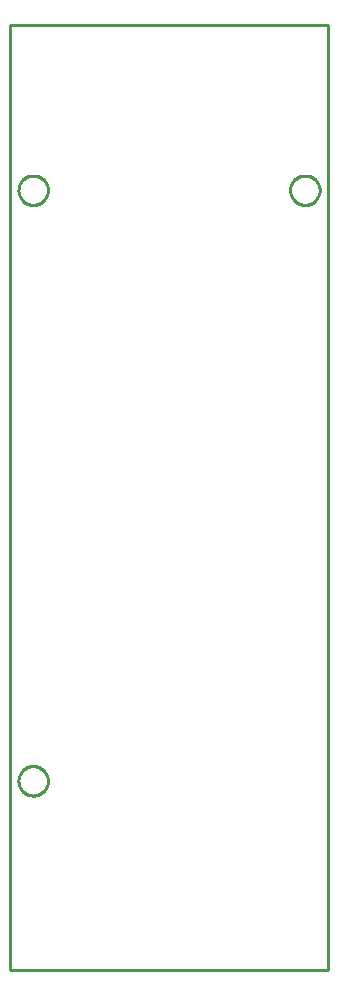
<source format=gbr>
G04 EAGLE Gerber RS-274X export*
G75*
%MOMM*%
%FSLAX34Y34*%
%LPD*%
%IN*%
%IPPOS*%
%AMOC8*
5,1,8,0,0,1.08239X$1,22.5*%
G01*
%ADD10C,0.254000*%


D10*
X0Y0D02*
X270000Y0D01*
X270000Y800000D01*
X0Y800000D01*
X0Y0D01*
X32500Y659509D02*
X32423Y658530D01*
X32269Y657560D01*
X32040Y656604D01*
X31736Y655670D01*
X31361Y654763D01*
X30915Y653888D01*
X30401Y653050D01*
X29824Y652255D01*
X29186Y651508D01*
X28492Y650814D01*
X27745Y650176D01*
X26950Y649599D01*
X26112Y649085D01*
X25237Y648639D01*
X24330Y648264D01*
X23396Y647960D01*
X22441Y647731D01*
X21470Y647577D01*
X20491Y647500D01*
X19509Y647500D01*
X18530Y647577D01*
X17560Y647731D01*
X16604Y647960D01*
X15670Y648264D01*
X14763Y648639D01*
X13888Y649085D01*
X13050Y649599D01*
X12255Y650176D01*
X11508Y650814D01*
X10814Y651508D01*
X10176Y652255D01*
X9599Y653050D01*
X9085Y653888D01*
X8639Y654763D01*
X8264Y655670D01*
X7960Y656604D01*
X7731Y657560D01*
X7577Y658530D01*
X7500Y659509D01*
X7500Y660491D01*
X7577Y661470D01*
X7731Y662441D01*
X7960Y663396D01*
X8264Y664330D01*
X8639Y665237D01*
X9085Y666112D01*
X9599Y666950D01*
X10176Y667745D01*
X10814Y668492D01*
X11508Y669186D01*
X12255Y669824D01*
X13050Y670401D01*
X13888Y670915D01*
X14763Y671361D01*
X15670Y671736D01*
X16604Y672040D01*
X17560Y672269D01*
X18530Y672423D01*
X19509Y672500D01*
X20491Y672500D01*
X21470Y672423D01*
X22441Y672269D01*
X23396Y672040D01*
X24330Y671736D01*
X25237Y671361D01*
X26112Y670915D01*
X26950Y670401D01*
X27745Y669824D01*
X28492Y669186D01*
X29186Y668492D01*
X29824Y667745D01*
X30401Y666950D01*
X30915Y666112D01*
X31361Y665237D01*
X31736Y664330D01*
X32040Y663396D01*
X32269Y662441D01*
X32423Y661470D01*
X32500Y660491D01*
X32500Y659509D01*
X262500Y659509D02*
X262423Y658530D01*
X262269Y657560D01*
X262040Y656604D01*
X261736Y655670D01*
X261361Y654763D01*
X260915Y653888D01*
X260401Y653050D01*
X259824Y652255D01*
X259186Y651508D01*
X258492Y650814D01*
X257745Y650176D01*
X256950Y649599D01*
X256112Y649085D01*
X255237Y648639D01*
X254330Y648264D01*
X253396Y647960D01*
X252441Y647731D01*
X251470Y647577D01*
X250491Y647500D01*
X249509Y647500D01*
X248530Y647577D01*
X247560Y647731D01*
X246604Y647960D01*
X245670Y648264D01*
X244763Y648639D01*
X243888Y649085D01*
X243050Y649599D01*
X242255Y650176D01*
X241508Y650814D01*
X240814Y651508D01*
X240176Y652255D01*
X239599Y653050D01*
X239085Y653888D01*
X238639Y654763D01*
X238264Y655670D01*
X237960Y656604D01*
X237731Y657560D01*
X237577Y658530D01*
X237500Y659509D01*
X237500Y660491D01*
X237577Y661470D01*
X237731Y662441D01*
X237960Y663396D01*
X238264Y664330D01*
X238639Y665237D01*
X239085Y666112D01*
X239599Y666950D01*
X240176Y667745D01*
X240814Y668492D01*
X241508Y669186D01*
X242255Y669824D01*
X243050Y670401D01*
X243888Y670915D01*
X244763Y671361D01*
X245670Y671736D01*
X246604Y672040D01*
X247560Y672269D01*
X248530Y672423D01*
X249509Y672500D01*
X250491Y672500D01*
X251470Y672423D01*
X252441Y672269D01*
X253396Y672040D01*
X254330Y671736D01*
X255237Y671361D01*
X256112Y670915D01*
X256950Y670401D01*
X257745Y669824D01*
X258492Y669186D01*
X259186Y668492D01*
X259824Y667745D01*
X260401Y666950D01*
X260915Y666112D01*
X261361Y665237D01*
X261736Y664330D01*
X262040Y663396D01*
X262269Y662441D01*
X262423Y661470D01*
X262500Y660491D01*
X262500Y659509D01*
X32500Y159509D02*
X32423Y158530D01*
X32269Y157560D01*
X32040Y156604D01*
X31736Y155670D01*
X31361Y154763D01*
X30915Y153888D01*
X30401Y153050D01*
X29824Y152255D01*
X29186Y151508D01*
X28492Y150814D01*
X27745Y150176D01*
X26950Y149599D01*
X26112Y149085D01*
X25237Y148639D01*
X24330Y148264D01*
X23396Y147960D01*
X22441Y147731D01*
X21470Y147577D01*
X20491Y147500D01*
X19509Y147500D01*
X18530Y147577D01*
X17560Y147731D01*
X16604Y147960D01*
X15670Y148264D01*
X14763Y148639D01*
X13888Y149085D01*
X13050Y149599D01*
X12255Y150176D01*
X11508Y150814D01*
X10814Y151508D01*
X10176Y152255D01*
X9599Y153050D01*
X9085Y153888D01*
X8639Y154763D01*
X8264Y155670D01*
X7960Y156604D01*
X7731Y157560D01*
X7577Y158530D01*
X7500Y159509D01*
X7500Y160491D01*
X7577Y161470D01*
X7731Y162441D01*
X7960Y163396D01*
X8264Y164330D01*
X8639Y165237D01*
X9085Y166112D01*
X9599Y166950D01*
X10176Y167745D01*
X10814Y168492D01*
X11508Y169186D01*
X12255Y169824D01*
X13050Y170401D01*
X13888Y170915D01*
X14763Y171361D01*
X15670Y171736D01*
X16604Y172040D01*
X17560Y172269D01*
X18530Y172423D01*
X19509Y172500D01*
X20491Y172500D01*
X21470Y172423D01*
X22441Y172269D01*
X23396Y172040D01*
X24330Y171736D01*
X25237Y171361D01*
X26112Y170915D01*
X26950Y170401D01*
X27745Y169824D01*
X28492Y169186D01*
X29186Y168492D01*
X29824Y167745D01*
X30401Y166950D01*
X30915Y166112D01*
X31361Y165237D01*
X31736Y164330D01*
X32040Y163396D01*
X32269Y162441D01*
X32423Y161470D01*
X32500Y160491D01*
X32500Y159509D01*
M02*

</source>
